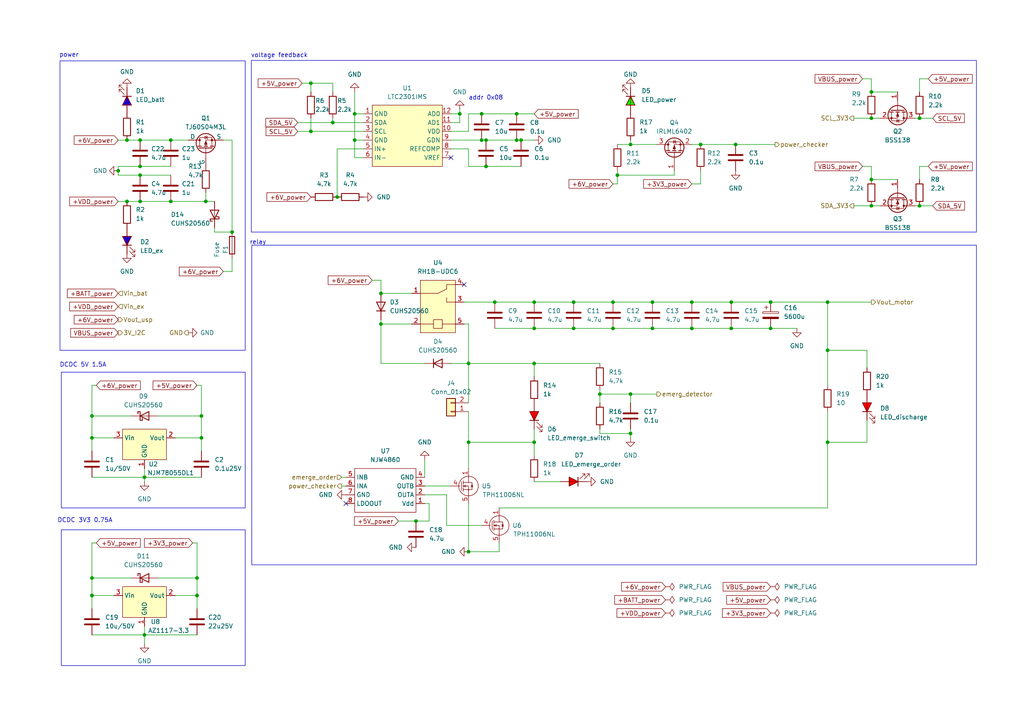
<source format=kicad_sch>
(kicad_sch (version 20230121) (generator eeschema)
  (paper "A4")
  (lib_symbols
    (symbol "Connector_Generic:Conn_01x02" (pin_names (offset 1.016) hide)
      (property "Reference" "J" (at 0 2.54 0))
      (property "Value" "Conn_01x02" (at 0 -5.08 0))
      (symbol "Conn_01x02_1_1"
        (pin passive line (at -5.08 0 0) (length 3.81) (name "Pin_1") (number "1"))
        (pin passive line (at -5.08 -2.54 0) (length 3.81) (name "Pin_2") (number "2"))
      )
    )
    (symbol "Device:C" (pin_numbers hide) (pin_names (offset 0.254))
      (property "Reference" "C" (at 0.635 2.54 0))
      (property "Value" "C" (at 0.635 -2.54 0))
      (symbol "C_1_1"
        (pin passive line (at 0 3.81 270) (length 2.794) (name "~") (number "1"))
        (pin passive line (at 0 -3.81 90) (length 2.794) (name "~") (number "2"))
      )
    )
    (symbol "Device:C_Polarized" (pin_numbers hide) (pin_names (offset 0.254))
      (property "Reference" "C" (at 0.635 2.54 0))
      (property "Value" "C_Polarized" (at 0.635 -2.54 0))
      (symbol "C_Polarized_1_1"
        (pin passive line (at 0 3.81 270) (length 2.794) (name "~") (number "1"))
        (pin passive line (at 0 -3.81 90) (length 2.794) (name "~") (number "2"))
      )
    )
    (symbol "Device:D" (pin_numbers hide) (pin_names (offset 1.016) hide)
      (property "Reference" "D" (at 0 2.54 0))
      (property "Value" "D" (at 0 -2.54 0))
      (symbol "D_1_1"
        (pin passive line (at -3.81 0 0) (length 2.54) (name "K") (number "1"))
        (pin passive line (at 3.81 0 180) (length 2.54) (name "A") (number "2"))
      )
    )
    (symbol "Device:D_Schottky" (pin_numbers hide) (pin_names (offset 1.016) hide)
      (property "Reference" "D" (at 0 2.54 0))
      (property "Value" "D_Schottky" (at 0 -2.54 0))
      (symbol "D_Schottky_1_1"
        (pin passive line (at -3.81 0 0) (length 2.54) (name "K") (number "1"))
        (pin passive line (at 3.81 0 180) (length 2.54) (name "A") (number "2"))
      )
    )
    (symbol "Device:Fuse" (pin_numbers hide) (pin_names (offset 0))
      (property "Reference" "F" (at 2.032 0 90))
      (property "Value" "Fuse" (at -1.905 0 90))
      (symbol "Fuse_1_1"
        (pin passive line (at 0 3.81 270) (length 1.27) (name "~") (number "1"))
        (pin passive line (at 0 -3.81 90) (length 1.27) (name "~") (number "2"))
      )
    )
    (symbol "Device:R" (pin_numbers hide) (pin_names (offset 0))
      (property "Reference" "R" (at 2.032 0 90))
      (property "Value" "R" (at 0 0 90))
      (symbol "R_1_1"
        (pin passive line (at 0 3.81 270) (length 1.27) (name "~") (number "1"))
        (pin passive line (at 0 -3.81 90) (length 1.27) (name "~") (number "2"))
      )
    )
    (symbol "LED_Filled_1" (pin_numbers hide) (pin_names (offset 1.016) hide)
      (property "Reference" "D5" (at -2.8575 2.54 90))
      (property "Value" "LED_Blue" (at -0.3175 2.54 90))
      (symbol "LED_Filled_1_1_1"
        (pin passive line (at -3.81 0 0) (length 2.54) (name "K") (number "1"))
        (pin passive line (at 3.81 0 180) (length 2.54) (name "A") (number "2"))
      )
    )
    (symbol "LED_Filled_2" (pin_numbers hide) (pin_names (offset 1.016) hide)
      (property "Reference" "D1" (at -2.8575 2.54 90))
      (property "Value" "LED_Green" (at -0.3175 2.54 90))
      (symbol "LED_Filled_2_1_1"
        (pin passive line (at -3.81 0 0) (length 2.54) (name "K") (number "1"))
        (pin passive line (at 3.81 0 180) (length 2.54) (name "A") (number "2"))
      )
    )
    (symbol "LED_Filled_3" (pin_numbers hide) (pin_names (offset 1.016) hide)
      (property "Reference" "D6" (at -0.3175 -3.81 90))
      (property "Value" "LED_Red" (at -2.8575 -3.81 90))
      (symbol "LED_Filled_3_1_1"
        (pin passive line (at -3.81 0 0) (length 2.54) (name "K") (number "1"))
        (pin passive line (at 3.81 0 180) (length 2.54) (name "A") (number "2"))
      )
    )
    (symbol "Simulation_SPICE:PMOS" (pin_numbers hide) (pin_names (offset 0))
      (property "Reference" "Q" (at 5.08 1.27 0))
      (property "Value" "PMOS" (at 5.08 -1.27 0))
      (symbol "PMOS_1_1"
        (pin passive line (at 2.54 5.08 270) (length 2.54) (name "D") (number "1"))
        (pin input line (at -5.08 0 0) (length 2.54) (name "G") (number "2"))
        (pin passive line (at 2.54 -5.08 90) (length 2.54) (name "S") (number "3"))
      )
    )
    (symbol "Transistor_FET:BSS138" (pin_names hide)
      (property "Reference" "Q" (at 5.08 1.905 0))
      (property "Value" "BSS138" (at 5.08 0 0))
      (symbol "BSS138_1_1"
        (pin input line (at -5.08 0 0) (length 2.54) (name "G") (number "1"))
        (pin passive line (at 2.54 -5.08 90) (length 2.54) (name "S") (number "2"))
        (pin passive line (at 2.54 5.08 270) (length 2.54) (name "D") (number "3"))
      )
    )
    (symbol "Transistor_FET:IRLML6402" (pin_names hide)
      (property "Reference" "Q" (at 5.08 1.905 0))
      (property "Value" "IRLML6402" (at 5.08 0 0))
      (symbol "IRLML6402_1_1"
        (pin input line (at -5.08 0 0) (length 2.54) (name "G") (number "1"))
        (pin passive line (at 2.54 -5.08 90) (length 2.54) (name "S") (number "2"))
        (pin passive line (at 2.54 5.08 270) (length 2.54) (name "D") (number "3"))
      )
    )
    (symbol "mylib:AZ1117-3.3V"
      (property "Reference" "U" (at 0 6.35 0))
      (symbol "AZ1117-3.3V_1_1"
        (pin passive line (at 0 -8.89 90) (length 2.54) (name "GND") (number "1"))
        (pin passive line (at 8.89 0 180) (length 2.54) (name "Vout") (number "2"))
        (pin passive line (at -8.89 0 0) (length 2.54) (name "Vin") (number "3"))
      )
    )
    (symbol "mylib:G5LE149DC"
      (property "Reference" "U" (at 0 12.7 0))
      (symbol "G5LE149DC_1_1"
        (pin passive line (at -7.62 5.08 0) (length 2.54) (name "") (number "1"))
        (pin passive line (at -7.62 -3.81 0) (length 2.54) (name "") (number "2"))
        (pin passive line (at 7.62 2.54 180) (length 2.54) (name "") (number "3"))
        (pin passive line (at 7.62 7.62 180) (length 2.54) (name "") (number "4"))
        (pin passive line (at 7.62 -3.81 180) (length 2.54) (name "") (number "5"))
      )
    )
    (symbol "mylib:LTC2301IMS"
      (property "Reference" "U" (at 0 15.24 0))
      (symbol "LTC2301IMS_1_1"
        (pin passive line (at -12.7 6.35 0) (length 2.54) (name "GND") (number "1"))
        (pin passive line (at 12.7 1.27 180) (length 2.54) (name "VDD") (number "10"))
        (pin passive line (at 12.7 3.81 180) (length 2.54) (name "AD1") (number "11"))
        (pin passive line (at 12.7 6.35 180) (length 2.54) (name "AD0") (number "12"))
        (pin passive line (at -12.7 3.81 0) (length 2.54) (name "SDA") (number "2"))
        (pin passive line (at -12.7 1.27 0) (length 2.54) (name "SCL") (number "3"))
        (pin passive line (at -12.7 -1.27 0) (length 2.54) (name "GND") (number "4"))
        (pin passive line (at -12.7 -3.81 0) (length 2.54) (name "IN+") (number "5"))
        (pin passive line (at -12.7 -6.35 0) (length 2.54) (name "IN-") (number "6"))
        (pin passive line (at 12.7 -6.35 180) (length 2.54) (name "VREF") (number "7"))
        (pin passive line (at 12.7 -3.81 180) (length 2.54) (name "REFCOMP") (number "8"))
        (pin passive line (at 12.7 -1.27 180) (length 2.54) (name "GDN") (number "9"))
      )
    )
    (symbol "mylib:NJM7805SDL1"
      (property "Reference" "U" (at 0 6.35 0))
      (symbol "NJM7805SDL1_1_1"
        (pin passive line (at 0 -8.89 90) (length 2.54) (name "GND") (number "1"))
        (pin passive line (at 8.89 0 180) (length 2.54) (name "Vout") (number "2"))
        (pin passive line (at -8.89 0 0) (length 2.54) (name "Vin") (number "3"))
      )
    )
    (symbol "mylib:NJW4860"
      (property "Reference" "U" (at 0 8.89 0))
      (symbol "NJW4860_1_1"
        (pin passive line (at -11.43 3.81 0) (length 2.54) (name "Vdd") (number "1"))
        (pin passive line (at -11.43 1.27 0) (length 2.54) (name "OUTA") (number "2"))
        (pin passive line (at -11.43 -1.27 0) (length 2.54) (name "OUTB") (number "3"))
        (pin passive line (at -11.43 -3.81 0) (length 2.54) (name "GND") (number "4"))
        (pin passive line (at 11.43 -3.81 180) (length 2.54) (name "INB") (number "5"))
        (pin passive line (at 11.43 -1.27 180) (length 2.54) (name "INA") (number "6"))
        (pin passive line (at 11.43 1.27 180) (length 2.54) (name "GND") (number "7"))
        (pin passive line (at 11.43 3.81 180) (length 2.54) (name "LDOOUT") (number "8"))
      )
    )
    (symbol "mylib:S17938DP"
      (property "Reference" "U" (at 0 -4.572 0))
      (symbol "S17938DP_1_1"
        (pin passive line (at 5.08 0 180) (length 2.54) (name "") (number "1"))
        (pin passive line (at 5.08 0 180) (length 2.54) hide (name "") (number "2"))
        (pin passive line (at 5.08 0 180) (length 2.54) hide (name "") (number "3"))
        (pin passive line (at 0 5.08 270) (length 2.54) (name "") (number "4"))
        (pin passive line (at -5.08 0 0) (length 2.54) (name "") (number "5"))
        (pin passive line (at -5.08 0 0) (length 2.54) hide (name "") (number "6"))
        (pin passive line (at -5.08 0 0) (length 2.54) hide (name "") (number "7"))
        (pin passive line (at -5.08 0 0) (length 2.54) hide (name "") (number "8"))
      )
    )
    (symbol "power:GND" (power) (pin_names (offset 0))
      (property "Value" "GND" (at 0 -3.81 0))
      (symbol "GND_1_1"
        (pin power_in line (at 0 0 270) (length 0) hide (name "GND") (number "1"))
      )
    )
    (symbol "power:PWR_FLAG" (power) (pin_numbers hide) (pin_names (offset 0) hide)
      (property "Value" "PWR_FLAG" (at 0 3.81 0))
      (symbol "PWR_FLAG_0_0"
        (pin power_out line (at 0 0 90) (length 0) (name "pwr") (number "1"))
      )
    )
  )
  (junction (at 139.7 33.02))
  (junction (at 133.35 33.02))
  (junction (at 151.13 40.64))
  (junction (at 223.52 95.25))
  (junction (at 26.67 167.64))
  (junction (at 240.03 128.27))
  (junction (at 182.88 41.91))
  (junction (at 140.97 48.26))
  (junction (at 143.51 87.63))
  (junction (at 135.89 128.27))
  (junction (at 179.07 50.8))
  (junction (at 41.91 184.15))
  (junction (at 59.69 58.42))
  (junction (at 223.52 87.63))
  (junction (at 57.15 167.64))
  (junction (at 49.53 40.64))
  (junction (at 252.73 34.29))
  (junction (at 154.94 87.63))
  (junction (at 26.67 172.72))
  (junction (at 58.42 127))
  (junction (at 252.73 52.07))
  (junction (at 154.94 105.41))
  (junction (at 173.99 114.3))
  (junction (at 240.03 87.63))
  (junction (at 40.64 48.26))
  (junction (at 49.53 58.42))
  (junction (at 102.87 40.64))
  (junction (at 166.37 95.25))
  (junction (at 189.23 95.25))
  (junction (at 213.36 41.91))
  (junction (at 266.7 34.29))
  (junction (at 26.67 127))
  (junction (at 110.49 93.98))
  (junction (at 40.64 58.42))
  (junction (at 36.83 40.64))
  (junction (at 58.42 120.65))
  (junction (at 96.52 35.56))
  (junction (at 266.7 59.69))
  (junction (at 67.31 67.31))
  (junction (at 154.94 95.25))
  (junction (at 120.65 151.13))
  (junction (at 135.89 105.41))
  (junction (at 90.17 38.1))
  (junction (at 57.15 172.72))
  (junction (at 240.03 101.6))
  (junction (at 212.09 95.25))
  (junction (at 166.37 87.63))
  (junction (at 203.2 41.91))
  (junction (at 154.94 128.27))
  (junction (at 177.8 95.25))
  (junction (at 182.88 114.3))
  (junction (at 110.49 85.09))
  (junction (at 102.87 33.02))
  (junction (at 26.67 120.65))
  (junction (at 140.97 40.64))
  (junction (at 40.64 40.64))
  (junction (at 36.83 58.42))
  (junction (at 135.89 160.02))
  (junction (at 252.73 26.67))
  (junction (at 200.66 95.25))
  (junction (at 252.73 59.69))
  (junction (at 182.88 125.73))
  (junction (at 41.91 138.43))
  (junction (at 149.86 33.02))
  (junction (at 177.8 87.63))
  (junction (at 34.29 49.53))
  (junction (at 90.17 24.13))
  (junction (at 149.86 40.64))
  (junction (at 139.7 40.64))
  (junction (at 200.66 87.63))
  (junction (at 40.64 50.8))
  (junction (at 189.23 87.63))
  (junction (at 212.09 87.63))
  (junction (at 97.79 57.15))
  (no_connect (at 100.33 146.05))
  (no_connect (at 134.62 82.55))
  (no_connect (at 130.81 45.72))
  (wire (pts (xy 143.51 87.63) (xy 154.94 87.63)))
  (wire (pts (xy 251.46 128.27) (xy 251.46 121.92)))
  (wire (pts (xy 247.65 59.69) (xy 252.73 59.69)))
  (wire (pts (xy 143.51 95.25) (xy 154.94 95.25)))
  (wire (pts (xy 179.07 49.53) (xy 179.07 50.8)))
  (wire (pts (xy 179.07 50.8) (xy 195.58 50.8)))
  (wire (pts (xy 135.89 93.98) (xy 135.89 105.41)))
  (wire (pts (xy 26.67 167.64) (xy 26.67 172.72)))
  (wire (pts (xy 124.46 151.13) (xy 124.46 146.05)))
  (wire (pts (xy 55.88 157.48) (xy 57.15 157.48)))
  (wire (pts (xy 49.53 58.42) (xy 59.69 58.42)))
  (wire (pts (xy 64.77 78.74) (xy 67.31 78.74)))
  (wire (pts (xy 173.99 113.03) (xy 173.99 114.3)))
  (wire (pts (xy 252.73 34.29) (xy 255.27 34.29)))
  (wire (pts (xy 102.87 45.72) (xy 102.87 40.64)))
  (wire (pts (xy 58.42 111.76) (xy 58.42 120.65)))
  (wire (pts (xy 265.43 34.29) (xy 266.7 34.29)))
  (wire (pts (xy 182.88 41.91) (xy 190.5 41.91)))
  (wire (pts (xy 135.89 48.26) (xy 140.97 48.26)))
  (wire (pts (xy 252.73 59.69) (xy 255.27 59.69)))
  (wire (pts (xy 203.2 53.34) (xy 200.66 53.34)))
  (wire (pts (xy 173.99 114.3) (xy 173.99 116.84)))
  (wire (pts (xy 59.69 58.42) (xy 62.23 58.42)))
  (wire (pts (xy 252.73 22.86) (xy 252.73 26.67)))
  (wire (pts (xy 96.52 34.29) (xy 96.52 35.56)))
  (wire (pts (xy 110.49 81.28) (xy 110.49 85.09)))
  (wire (pts (xy 135.89 146.05) (xy 135.89 160.02)))
  (wire (pts (xy 240.03 87.63) (xy 240.03 101.6)))
  (wire (pts (xy 266.7 48.26) (xy 269.24 48.26)))
  (wire (pts (xy 59.69 58.42) (xy 59.69 55.88)))
  (wire (pts (xy 97.79 43.18) (xy 105.41 43.18)))
  (wire (pts (xy 166.37 95.25) (xy 177.8 95.25)))
  (wire (pts (xy 40.64 40.64) (xy 49.53 40.64)))
  (wire (pts (xy 154.94 124.46) (xy 154.94 128.27)))
  (wire (pts (xy 240.03 101.6) (xy 251.46 101.6)))
  (wire (pts (xy 86.36 38.1) (xy 90.17 38.1)))
  (wire (pts (xy 45.72 120.65) (xy 58.42 120.65)))
  (wire (pts (xy 212.09 95.25) (xy 223.52 95.25)))
  (wire (pts (xy 41.91 138.43) (xy 58.42 138.43)))
  (wire (pts (xy 115.57 151.13) (xy 120.65 151.13)))
  (wire (pts (xy 34.29 49.53) (xy 34.29 48.26)))
  (wire (pts (xy 102.87 33.02) (xy 105.41 33.02)))
  (wire (pts (xy 173.99 125.73) (xy 182.88 125.73)))
  (wire (pts (xy 110.49 92.71) (xy 110.49 93.98)))
  (wire (pts (xy 102.87 40.64) (xy 102.87 33.02)))
  (wire (pts (xy 240.03 128.27) (xy 240.03 147.32)))
  (wire (pts (xy 189.23 95.25) (xy 200.66 95.25)))
  (wire (pts (xy 50.8 172.72) (xy 57.15 172.72)))
  (wire (pts (xy 154.94 95.25) (xy 166.37 95.25)))
  (wire (pts (xy 134.62 93.98) (xy 135.89 93.98)))
  (wire (pts (xy 247.65 34.29) (xy 252.73 34.29)))
  (wire (pts (xy 102.87 33.02) (xy 102.87 26.67)))
  (wire (pts (xy 26.67 184.15) (xy 41.91 184.15)))
  (wire (pts (xy 34.29 58.42) (xy 36.83 58.42)))
  (wire (pts (xy 266.7 22.86) (xy 266.7 26.67)))
  (wire (pts (xy 154.94 105.41) (xy 173.99 105.41)))
  (wire (pts (xy 135.89 33.02) (xy 139.7 33.02)))
  (wire (pts (xy 90.17 24.13) (xy 90.17 26.67)))
  (wire (pts (xy 130.81 43.18) (xy 135.89 43.18)))
  (wire (pts (xy 36.83 40.64) (xy 40.64 40.64)))
  (wire (pts (xy 26.67 120.65) (xy 38.1 120.65)))
  (wire (pts (xy 26.67 127) (xy 33.02 127)))
  (wire (pts (xy 135.89 128.27) (xy 135.89 135.89)))
  (wire (pts (xy 86.36 35.56) (xy 96.52 35.56)))
  (wire (pts (xy 130.81 35.56) (xy 133.35 35.56)))
  (wire (pts (xy 173.99 114.3) (xy 182.88 114.3)))
  (wire (pts (xy 107.95 81.28) (xy 110.49 81.28)))
  (wire (pts (xy 149.86 40.64) (xy 151.13 40.64)))
  (wire (pts (xy 67.31 78.74) (xy 67.31 74.93)))
  (wire (pts (xy 26.67 172.72) (xy 33.02 172.72)))
  (wire (pts (xy 189.23 87.63) (xy 200.66 87.63)))
  (wire (pts (xy 154.94 139.7) (xy 162.56 139.7)))
  (wire (pts (xy 140.97 40.64) (xy 149.86 40.64)))
  (wire (pts (xy 135.89 105.41) (xy 135.89 116.84)))
  (wire (pts (xy 266.7 22.86) (xy 269.24 22.86)))
  (wire (pts (xy 200.66 87.63) (xy 212.09 87.63)))
  (wire (pts (xy 135.89 43.18) (xy 135.89 48.26)))
  (wire (pts (xy 105.41 45.72) (xy 102.87 45.72)))
  (wire (pts (xy 62.23 67.31) (xy 67.31 67.31)))
  (wire (pts (xy 154.94 128.27) (xy 154.94 132.08)))
  (wire (pts (xy 182.88 114.3) (xy 190.5 114.3)))
  (wire (pts (xy 45.72 167.64) (xy 57.15 167.64)))
  (wire (pts (xy 57.15 111.76) (xy 58.42 111.76)))
  (wire (pts (xy 40.64 58.42) (xy 49.53 58.42)))
  (wire (pts (xy 250.19 22.86) (xy 252.73 22.86)))
  (wire (pts (xy 41.91 138.43) (xy 41.91 139.7)))
  (wire (pts (xy 40.64 48.26) (xy 49.53 48.26)))
  (wire (pts (xy 134.62 87.63) (xy 143.51 87.63)))
  (wire (pts (xy 27.94 111.76) (xy 26.67 111.76)))
  (wire (pts (xy 34.29 48.26) (xy 40.64 48.26)))
  (wire (pts (xy 41.91 184.15) (xy 57.15 184.15)))
  (wire (pts (xy 200.66 95.25) (xy 212.09 95.25)))
  (wire (pts (xy 87.63 24.13) (xy 90.17 24.13)))
  (wire (pts (xy 133.35 35.56) (xy 133.35 33.02)))
  (wire (pts (xy 133.35 33.02) (xy 133.35 31.75)))
  (wire (pts (xy 151.13 40.64) (xy 154.94 40.64)))
  (wire (pts (xy 182.88 125.73) (xy 182.88 127)))
  (wire (pts (xy 41.91 181.61) (xy 41.91 184.15)))
  (wire (pts (xy 154.94 87.63) (xy 166.37 87.63)))
  (wire (pts (xy 123.19 105.41) (xy 110.49 105.41)))
  (wire (pts (xy 212.09 87.63) (xy 223.52 87.63)))
  (wire (pts (xy 26.67 120.65) (xy 26.67 127)))
  (wire (pts (xy 195.58 50.8) (xy 195.58 49.53)))
  (wire (pts (xy 67.31 40.64) (xy 67.31 67.31)))
  (wire (pts (xy 50.8 127) (xy 58.42 127)))
  (wire (pts (xy 252.73 26.67) (xy 260.35 26.67)))
  (wire (pts (xy 265.43 59.69) (xy 266.7 59.69)))
  (wire (pts (xy 240.03 101.6) (xy 240.03 111.76)))
  (wire (pts (xy 26.67 138.43) (xy 41.91 138.43)))
  (wire (pts (xy 41.91 135.89) (xy 41.91 138.43)))
  (wire (pts (xy 130.81 40.64) (xy 139.7 40.64)))
  (wire (pts (xy 99.06 138.43) (xy 100.33 138.43)))
  (wire (pts (xy 149.86 33.02) (xy 154.94 33.02)))
  (wire (pts (xy 40.64 50.8) (xy 34.29 50.8)))
  (wire (pts (xy 139.7 33.02) (xy 149.86 33.02)))
  (wire (pts (xy 124.46 146.05) (xy 123.19 146.05)))
  (wire (pts (xy 64.77 40.64) (xy 67.31 40.64)))
  (wire (pts (xy 203.2 41.91) (xy 213.36 41.91)))
  (wire (pts (xy 49.53 40.64) (xy 54.61 40.64)))
  (wire (pts (xy 173.99 124.46) (xy 173.99 125.73)))
  (wire (pts (xy 26.67 127) (xy 26.67 130.81)))
  (wire (pts (xy 144.78 160.02) (xy 135.89 160.02)))
  (wire (pts (xy 27.94 157.48) (xy 26.67 157.48)))
  (wire (pts (xy 57.15 157.48) (xy 57.15 167.64)))
  (wire (pts (xy 240.03 119.38) (xy 240.03 128.27)))
  (wire (pts (xy 177.8 87.63) (xy 189.23 87.63)))
  (wire (pts (xy 102.87 40.64) (xy 105.41 40.64)))
  (wire (pts (xy 110.49 93.98) (xy 119.38 93.98)))
  (wire (pts (xy 26.67 157.48) (xy 26.67 167.64)))
  (wire (pts (xy 266.7 48.26) (xy 266.7 52.07)))
  (wire (pts (xy 99.06 140.97) (xy 100.33 140.97)))
  (wire (pts (xy 123.19 133.35) (xy 123.19 138.43)))
  (wire (pts (xy 166.37 87.63) (xy 177.8 87.63)))
  (wire (pts (xy 200.66 41.91) (xy 203.2 41.91)))
  (wire (pts (xy 252.73 48.26) (xy 252.73 52.07)))
  (wire (pts (xy 240.03 87.63) (xy 252.73 87.63)))
  (wire (pts (xy 58.42 127) (xy 58.42 130.81)))
  (wire (pts (xy 140.97 48.26) (xy 151.13 48.26)))
  (wire (pts (xy 96.52 24.13) (xy 96.52 26.67)))
  (wire (pts (xy 135.89 105.41) (xy 130.81 105.41)))
  (wire (pts (xy 34.29 40.64) (xy 36.83 40.64)))
  (wire (pts (xy 62.23 66.04) (xy 62.23 67.31)))
  (wire (pts (xy 182.88 124.46) (xy 182.88 125.73)))
  (wire (pts (xy 130.81 33.02) (xy 133.35 33.02)))
  (wire (pts (xy 144.78 157.48) (xy 144.78 160.02)))
  (wire (pts (xy 97.79 43.18) (xy 97.79 57.15)))
  (wire (pts (xy 203.2 49.53) (xy 203.2 53.34)))
  (wire (pts (xy 90.17 34.29) (xy 90.17 38.1)))
  (wire (pts (xy 57.15 167.64) (xy 57.15 172.72)))
  (wire (pts (xy 177.8 95.25) (xy 189.23 95.25)))
  (wire (pts (xy 58.42 120.65) (xy 58.42 127)))
  (wire (pts (xy 223.52 95.25) (xy 231.14 95.25)))
  (wire (pts (xy 120.65 151.13) (xy 124.46 151.13)))
  (wire (pts (xy 90.17 24.13) (xy 96.52 24.13)))
  (wire (pts (xy 182.88 40.64) (xy 182.88 41.91)))
  (wire (pts (xy 135.89 128.27) (xy 154.94 128.27)))
  (wire (pts (xy 96.52 35.56) (xy 105.41 35.56)))
  (wire (pts (xy 250.19 48.26) (xy 252.73 48.26)))
  (wire (pts (xy 49.53 50.8) (xy 40.64 50.8)))
  (wire (pts (xy 144.78 147.32) (xy 240.03 147.32)))
  (wire (pts (xy 251.46 101.6) (xy 251.46 106.68)))
  (wire (pts (xy 135.89 105.41) (xy 154.94 105.41)))
  (wire (pts (xy 179.07 53.34) (xy 179.07 50.8)))
  (wire (pts (xy 41.91 184.15) (xy 41.91 186.69)))
  (wire (pts (xy 129.54 143.51) (xy 129.54 152.4)))
  (wire (pts (xy 154.94 105.41) (xy 154.94 109.22)))
  (wire (pts (xy 34.29 50.8) (xy 34.29 49.53)))
  (wire (pts (xy 223.52 87.63) (xy 240.03 87.63)))
  (wire (pts (xy 177.8 53.34) (xy 179.07 53.34)))
  (wire (pts (xy 266.7 34.29) (xy 270.51 34.29)))
  (wire (pts (xy 123.19 143.51) (xy 129.54 143.51)))
  (wire (pts (xy 90.17 38.1) (xy 105.41 38.1)))
  (wire (pts (xy 26.67 111.76) (xy 26.67 120.65)))
  (wire (pts (xy 139.7 40.64) (xy 140.97 40.64)))
  (wire (pts (xy 135.89 38.1) (xy 135.89 33.02)))
  (wire (pts (xy 57.15 172.72) (xy 57.15 176.53)))
  (wire (pts (xy 129.54 152.4) (xy 139.7 152.4)))
  (wire (pts (xy 240.03 128.27) (xy 251.46 128.27)))
  (wire (pts (xy 110.49 105.41) (xy 110.49 93.98)))
  (wire (pts (xy 213.36 41.91) (xy 224.79 41.91)))
  (wire (pts (xy 252.73 52.07) (xy 260.35 52.07)))
  (wire (pts (xy 123.19 140.97) (xy 130.81 140.97)))
  (wire (pts (xy 182.88 114.3) (xy 182.88 116.84)))
  (wire (pts (xy 135.89 119.38) (xy 135.89 128.27)))
  (wire (pts (xy 110.49 85.09) (xy 119.38 85.09)))
  (wire (pts (xy 36.83 58.42) (xy 40.64 58.42)))
  (wire (pts (xy 26.67 172.72) (xy 26.67 176.53)))
  (wire (pts (xy 130.81 38.1) (xy 135.89 38.1)))
  (wire (pts (xy 26.67 167.64) (xy 38.1 167.64)))
  (wire (pts (xy 179.07 41.91) (xy 182.88 41.91)))
  (wire (pts (xy 266.7 59.69) (xy 270.51 59.69)))
  (rectangle (start 17.399 17.653) (end 71.12 101.6))
  (rectangle (start 72.898 17.526) (end 283.21 67.31))
  (rectangle (start 17.78 153.67) (end 71.12 193.04))
  (rectangle (start 73.025 71.12) (end 283.21 163.83))
  (rectangle (start 17.78 107.95) (end 71.12 147.32))
  (text "relay" (at 72.39 71.12 0) (effects (font (size 1.27 1.27)) (justify left bottom)))
  (text "addr 0x08" (at 135.89 29.21 0) (effects (font (size 1.27 1.27)) (justify left bottom)))
  (text "voltage feedback\n" (at 72.771 16.891 0) (effects (font (size 1.27 1.27)) (justify left bottom)))
  (text "DCDC 3V3 0.75A" (at 16.637 151.765 0) (effects (font (size 1.27 1.27)) (justify left bottom)))
  (text "DCDC 5V 1.5A" (at 17.272 106.68 0) (effects (font (size 1.27 1.27)) (justify left bottom)))
  (text "power\n" (at 17.145 16.764 0) (effects (font (size 1.27 1.27)) (justify left bottom)))
  (global_label "VBUS_power" (shape input) (at 250.19 22.86 180) (property "Intersheetrefs" "${INTERSHEET_REFS}" (effects hide)))
  (global_label "+3V3_power" (shape input) (at 223.52 177.8 180) (property "Intersheetrefs" "${INTERSHEET_REFS}" (effects hide)))
  (global_label "+6V_power" (shape input) (at 34.29 92.71 180) (property "Intersheetrefs" "${INTERSHEET_REFS}" (effects hide)))
  (global_label "VBUS_power" (shape input) (at 34.29 96.52 180) (property "Intersheetrefs" "${INTERSHEET_REFS}" (effects hide)))
  (global_label "+VDD_power" (shape input) (at 193.04 177.8 180) (property "Intersheetrefs" "${INTERSHEET_REFS}" (effects hide)))
  (global_label "+3V3_power" (shape input) (at 55.88 157.48 180) (property "Intersheetrefs" "${INTERSHEET_REFS}" (effects hide)))
  (global_label "SCL_5V" (shape input) (at 86.36 38.1 180) (property "Intersheetrefs" "${INTERSHEET_REFS}" (effects hide)))
  (global_label "+VDD_power" (shape input) (at 34.29 58.42 180) (property "Intersheetrefs" "${INTERSHEET_REFS}" (effects hide)))
  (global_label "+5V_power" (shape input) (at 154.94 33.02 0) (property "Intersheetrefs" "${INTERSHEET_REFS}" (effects hide)))
  (global_label "SDA_5V" (shape input) (at 86.36 35.56 180) (property "Intersheetrefs" "${INTERSHEET_REFS}" (effects hide)))
  (global_label "+6V_power" (shape input) (at 34.29 40.64 180) (property "Intersheetrefs" "${INTERSHEET_REFS}" (effects hide)))
  (global_label "SCL_5V" (shape input) (at 270.51 34.29 0) (property "Intersheetrefs" "${INTERSHEET_REFS}" (effects hide)))
  (global_label "+VDD_power" (shape input) (at 34.29 88.9 180) (property "Intersheetrefs" "${INTERSHEET_REFS}" (effects hide)))
  (global_label "+BATT_power" (shape input) (at 193.04 173.99 180) (property "Intersheetrefs" "${INTERSHEET_REFS}" (effects hide)))
  (global_label "+6V_power" (shape input) (at 107.95 81.28 180) (property "Intersheetrefs" "${INTERSHEET_REFS}" (effects hide)))
  (global_label "VBUS_power" (shape input) (at 223.52 170.18 180) (property "Intersheetrefs" "${INTERSHEET_REFS}" (effects hide)))
  (global_label "+5V_power" (shape input) (at 223.52 173.99 180) (property "Intersheetrefs" "${INTERSHEET_REFS}" (effects hide)))
  (global_label "+5V_power" (shape input) (at 57.15 111.76 180) (property "Intersheetrefs" "${INTERSHEET_REFS}" (effects hide)))
  (global_label "+5V_power" (shape input) (at 87.63 24.13 180) (property "Intersheetrefs" "${INTERSHEET_REFS}" (effects hide)))
  (global_label "+5V_power" (shape input) (at 115.57 151.13 180) (property "Intersheetrefs" "${INTERSHEET_REFS}" (effects hide)))
  (global_label "+5V_power" (shape input) (at 269.24 48.26 0) (property "Intersheetrefs" "${INTERSHEET_REFS}" (effects hide)))
  (global_label "VBUS_power" (shape input) (at 250.19 48.26 180) (property "Intersheetrefs" "${INTERSHEET_REFS}" (effects hide)))
  (global_label "+6V_power" (shape input) (at 90.17 57.15 180) (property "Intersheetrefs" "${INTERSHEET_REFS}" (effects hide)))
  (global_label "+6V_power" (shape input) (at 177.8 53.34 180) (property "Intersheetrefs" "${INTERSHEET_REFS}" (effects hide)))
  (global_label "+5V_power" (shape input) (at 269.24 22.86 0) (property "Intersheetrefs" "${INTERSHEET_REFS}" (effects hide)))
  (global_label "+6V_power" (shape input) (at 27.94 111.76 0) (property "Intersheetrefs" "${INTERSHEET_REFS}" (effects hide)))
  (global_label "+3V3_power" (shape input) (at 200.66 53.34 180) (property "Intersheetrefs" "${INTERSHEET_REFS}" (effects hide)))
  (global_label "+6V_power" (shape input) (at 64.77 78.74 180) (property "Intersheetrefs" "${INTERSHEET_REFS}" (effects hide)))
  (global_label "+BATT_power" (shape input) (at 34.29 85.09 180) (property "Intersheetrefs" "${INTERSHEET_REFS}" (effects hide)))
  (global_label "SDA_5V" (shape input) (at 270.51 59.69 0) (property "Intersheetrefs" "${INTERSHEET_REFS}" (effects hide)))
  (global_label "+6V_power" (shape input) (at 193.04 170.18 180) (property "Intersheetrefs" "${INTERSHEET_REFS}" (effects hide)))
  (global_label "+5V_power" (shape input) (at 27.94 157.48 0) (property "Intersheetrefs" "${INTERSHEET_REFS}" (effects hide)))
  (hierarchical_label "Vin_bat" (shape input) (at 34.29 85.09 0))
  (hierarchical_label "power_checker" (shape output) (at 224.79 41.91 0))
  (hierarchical_label "emerge_order" (shape input) (at 99.06 138.43 180))
  (hierarchical_label "power_checker" (shape output) (at 99.06 140.97 180))
  (hierarchical_label "Vin_ex" (shape input) (at 34.29 88.9 0))
  (hierarchical_label "GND" (shape output) (at 54.61 96.52 180))
  (hierarchical_label "SDA_3V3" (shape output) (at 247.65 59.69 180))
  (hierarchical_label "Vout_motor" (shape output) (at 252.73 87.63 0))
  (hierarchical_label "3V_I2C" (shape output) (at 34.29 96.52 0))
  (hierarchical_label "Vout_usp" (shape output) (at 34.29 92.71 0))
  (hierarchical_label "emerg_detector" (shape output) (at 190.5 114.3 0))
  (hierarchical_label "SCL_3V3" (shape output) (at 247.65 34.29 180))
  (symbol (lib_id "Device:C") (at 177.8 91.44 0) (unit 1)
    (property "Reference" "C12" (at 181.61 90.17 0) (effects (justify left)))
    (property "Value" "4.7u" (at 181.61 92.71 0) (effects (justify left)))
  )
  (symbol (lib_id "Device:R") (at 59.69 52.07 0) (unit 1)
    (property "Reference" "R13" (at 54.61 48.26 0) (effects (justify left)))
    (property "Value" "4.7k" (at 54.61 50.8 0) (effects (justify left)))
    (property "Footprint" "Resistor_SMD:R_0603_1608Metric_Pad0.98x0.95mm_HandSolder" (effects hide))
  )
  (symbol (lib_id "mylib:G5LE149DC") (at 127 90.17 0) (unit 1)
    (property "Reference" "U4" (at 127 76.2 0))
    (property "Value" "RH1B-UDC6" (at 127 78.74 0))
  )
  (symbol (lib_id "Device:C") (at 213.36 45.72 0) (unit 1)
    (property "Reference" "C3" (at 217.17 44.45 0) (effects (justify left)))
    (property "Value" "0.1u" (at 217.17 46.99 0) (effects (justify left)))
  )
  (symbol (lib_id "power:GND") (at 182.88 127 0) (unit 1)
    (property "Reference" "#PWR037" (effects hide))
    (property "Value" "GND" (at 182.88 132.08 0))
  )
  (symbol (lib_id "power:PWR_FLAG") (at 193.04 177.8 270) (unit 1)
    (property "Reference" "#FLG03" (effects hide))
    (property "Value" "PWR_FLAG" (at 196.85 177.8 90) (effects (justify left)))
  )
  (symbol (lib_id "mylib:AZ1117-3.3V") (at 41.91 172.72 0) (unit 1)
    (property "Reference" "U8" (at 45.085 180.34 0))
    (property "Value" "AZ1117-3.3" (at 48.895 182.88 0))
    (property "Footprint" "Package_TO_SOT_SMD:SOT-223-3_TabPin2" (effects hide))
  )
  (symbol (lib_id "Device:D") (at 110.49 88.9 90) (unit 1)
    (property "Reference" "D3" (at 113.03 87.63 90) (effects (justify right)))
    (property "Value" "CUHS20560" (at 113.03 90.17 90) (effects (justify right)))
    (property "Footprint" "Diode:Diode_US2H" (effects hide))
    (property "Sim.Device" "D" (effects hide))
    (property "Sim.Pins" "1=K 2=A" (effects hide))
  )
  (symbol (lib_id "power:GND") (at 213.36 49.53 0) (unit 1)
    (property "Reference" "#PWR048" (effects hide))
    (property "Value" "GND" (at 213.36 54.61 0))
  )
  (symbol (lib_id "power:PWR_FLAG") (at 223.52 170.18 270) (unit 1)
    (property "Reference" "#FLG07" (effects hide))
    (property "Value" "PWR_FLAG" (at 227.33 170.18 90) (effects (justify left)))
  )
  (symbol (lib_id "Device:C") (at 154.94 91.44 0) (unit 1)
    (property "Reference" "C10" (at 158.75 90.17 0) (effects (justify left)))
    (property "Value" "4.7u" (at 158.75 92.71 0) (effects (justify left)))
  )
  (symbol (lib_id "Device:C") (at 189.23 91.44 0) (unit 1)
    (property "Reference" "C13" (at 193.04 90.17 0) (effects (justify left)))
    (property "Value" "4.7u" (at 193.04 92.71 0) (effects (justify left)))
  )
  (symbol (lib_id "Device:C") (at 139.7 36.83 0) (unit 1)
    (property "Reference" "C7" (at 143.51 35.56 0) (effects (justify left)))
    (property "Value" "10u" (at 143.51 38.1 0) (effects (justify left)))
  )
  (symbol (lib_id "power:GND") (at 182.88 25.4 180) (unit 1)
    (property "Reference" "#PWR038" (effects hide))
    (property "Value" "GND" (at 182.88 21.59 0))
  )
  (symbol (lib_id "power:GND") (at 154.94 40.64 90) (unit 1)
    (property "Reference" "#PWR028" (effects hide))
    (property "Value" "GND" (at 158.75 40.64 90) (effects (justify right)))
  )
  (symbol (lib_id "power:GND") (at 170.18 139.7 90) (unit 1)
    (property "Reference" "#PWR039" (effects hide))
    (property "Value" "GND" (at 173.99 139.7 90) (effects (justify right)))
  )
  (symbol (lib_name "LED_Filled_3") (lib_id "Device:LED_Filled") (at 166.37 139.7 180) (unit 1)
    (property "Reference" "D7" (at 167.9575 132.08 0))
    (property "Value" "LED_emerge_order" (at 171.45 134.62 0))
    (property "Footprint" "LED_SMD:LED_0603_1608Metric_Pad1.05x0.95mm_HandSolder" (effects hide))
  )
  (symbol (lib_id "mylib:LTC2301IMS") (at 118.11 39.37 0) (unit 1)
    (property "Reference" "U1" (at 118.11 25.527 0))
    (property "Value" "LTC2301IMS" (at 118.11 28.067 0))
  )
  (symbol (lib_id "Device:R") (at 203.2 45.72 0) (unit 1)
    (property "Reference" "R12" (at 205.105 44.45 0) (effects (justify left)))
    (property "Value" "2.2k" (at 205.105 46.99 0) (effects (justify left)))
    (property "Footprint" "Resistor_SMD:R_0603_1608Metric_Pad0.98x0.95mm_HandSolder" (effects hide))
  )
  (symbol (lib_name "LED_Filled_2") (lib_id "Device:LED_Filled") (at 36.83 29.21 270) (unit 1)
    (property "Reference" "D1" (at 39.37 26.3525 90) (effects (justify left)))
    (property "Value" "LED_batt" (at 39.37 28.8925 90) (effects (justify left)))
    (property "Footprint" "LED_SMD:LED_0603_1608Metric_Pad1.05x0.95mm_HandSolder" (effects hide))
  )
  (symbol (lib_id "power:GND") (at 231.14 95.25 0) (unit 1)
    (property "Reference" "#PWR036" (effects hide))
    (property "Value" "GND" (at 231.14 100.33 0))
  )
  (symbol (lib_id "Device:C") (at 40.64 44.45 0) (unit 1)
    (property "Reference" "C22" (at 43.815 43.18 0) (effects (justify left)))
    (property "Value" "4.7u" (at 43.815 45.72 0) (effects (justify left)))
  )
  (symbol (lib_id "Device:Fuse") (at 67.31 71.12 0) (unit 1)
    (property "Reference" "F1" (at 65.405 72.39 90))
    (property "Value" "Fuse" (at 62.865 72.39 90))
  )
  (symbol (lib_id "power:PWR_FLAG") (at 193.04 170.18 270) (unit 1)
    (property "Reference" "#FLG04" (effects hide))
    (property "Value" "PWR_FLAG" (at 196.85 170.18 90) (effects (justify left)))
  )
  (symbol (lib_id "Device:R") (at 36.83 36.83 0) (unit 1)
    (property "Reference" "R1" (at 39.37 35.433 0) (effects (justify left)))
    (property "Value" "1k" (at 39.37 37.973 0) (effects (justify left)))
    (property "Footprint" "Resistor_SMD:R_0603_1608Metric_Pad0.98x0.95mm_HandSolder" (effects hide))
  )
  (symbol (lib_id "Device:R") (at 36.83 62.23 0) (unit 1)
    (property "Reference" "R2" (at 39.37 60.833 0) (effects (justify left)))
    (property "Value" "1k" (at 39.37 63.373 0) (effects (justify left)))
    (property "Footprint" "Resistor_SMD:R_0603_1608Metric_Pad0.98x0.95mm_HandSolder" (effects hide))
  )
  (symbol (lib_id "Device:C") (at 212.09 91.44 0) (unit 1)
    (property "Reference" "C15" (at 215.9 90.17 0) (effects (justify left)))
    (property "Value" "4.7u" (at 215.9 92.71 0) (effects (justify left)))
  )
  (symbol (lib_id "Device:R") (at 252.73 30.48 0) (unit 1)
    (property "Reference" "R9" (at 247.015 27.305 0) (effects (justify left)))
    (property "Value" "2.2k" (at 247.015 29.845 0) (effects (justify left)))
    (property "Footprint" "Resistor_SMD:R_0603_1608Metric_Pad0.98x0.95mm_HandSolder" (effects hide))
  )
  (symbol (lib_id "Device:R") (at 101.6 57.15 90) (unit 1)
    (property "Reference" "R4" (at 101.6 50.8 90))
    (property "Value" "4.7k" (at 101.6 53.34 90))
    (property "Footprint" "Resistor_SMD:R_0603_1608Metric_Pad0.98x0.95mm_HandSolder" (effects hide))
  )
  (symbol (lib_id "Device:C") (at 57.15 180.34 0) (unit 1)
    (property "Reference" "C20" (at 60.325 179.07 0) (effects (justify left)))
    (property "Value" "22u25V" (at 60.325 181.61 0) (effects (justify left)))
  )
  (symbol (lib_id "Device:D") (at 127 105.41 0) (unit 1)
    (property "Reference" "D4" (at 127 99.06 0))
    (property "Value" "CUHS20560" (at 127 101.6 0))
    (property "Footprint" "Diode:Diode_US2H" (effects hide))
    (property "Sim.Device" "D" (effects hide))
    (property "Sim.Pins" "1=K 2=A" (effects hide))
  )
  (symbol (lib_id "power:GND") (at 133.35 31.75 180) (unit 1)
    (property "Reference" "#PWR018" (effects hide))
    (property "Value" "GND" (at 133.35 26.67 0))
  )
  (symbol (lib_id "mylib:S17938DP") (at 144.78 152.4 90) (unit 1)
    (property "Reference" "U6" (at 148.59 152.4 90) (effects (justify right)))
    (property "Value" "TPH11006NL" (at 154.94 154.94 90))
  )
  (symbol (lib_id "Device:R") (at 266.7 55.88 0) (unit 1)
    (property "Reference" "R8" (at 269.875 52.07 0) (effects (justify left)))
    (property "Value" "2.2k" (at 269.875 54.61 0) (effects (justify left)))
    (property "Footprint" "Resistor_SMD:R_0603_1608Metric_Pad0.98x0.95mm_HandSolder" (effects hide))
  )
  (symbol (lib_id "Device:R") (at 90.17 30.48 0) (unit 1)
    (property "Reference" "R6" (at 91.44 29.21 0) (effects (justify left)))
    (property "Value" "2.2k" (at 91.44 31.75 0) (effects (justify left)))
    (property "Footprint" "Resistor_SMD:R_0603_1608Metric_Pad0.98x0.95mm_HandSolder" (effects hide))
  )
  (symbol (lib_id "Device:C") (at 120.65 154.94 0) (unit 1)
    (property "Reference" "C18" (at 124.46 153.67 0) (effects (justify left)))
    (property "Value" "4.7u" (at 124.46 156.21 0) (effects (justify left)))
  )
  (symbol (lib_id "Device:R") (at 96.52 30.48 0) (unit 1)
    (property "Reference" "R5" (at 97.79 29.21 0) (effects (justify left)))
    (property "Value" "2.2k" (at 97.79 31.75 0) (effects (justify left)))
    (property "Footprint" "Resistor_SMD:R_0603_1608Metric_Pad0.98x0.95mm_HandSolder" (effects hide))
  )
  (symbol (lib_id "Device:R") (at 252.73 55.88 0) (unit 1)
    (property "Reference" "R7" (at 246.38 52.07 0) (effects (justify left)))
    (property "Value" "2.2k" (at 246.38 54.61 0) (effects (justify left)))
    (property "Footprint" "Resistor_SMD:R_0603_1608Metric_Pad0.98x0.95mm_HandSolder" (effects hide))
  )
  (symbol (lib_id "power:GND") (at 105.41 57.15 90) (unit 1)
    (property "Reference" "#PWR016" (effects hide))
    (property "Value" "GND" (at 109.22 57.15 90) (effects (justify right)))
  )
  (symbol (lib_id "Connector_Generic:Conn_01x02") (at 130.81 119.38 180) (unit 1)
    (property "Reference" "J4" (at 130.81 111.125 0))
    (property "Value" "Conn_01x02" (at 130.81 113.665 0))
  )
  (symbol (lib_id "power:GND") (at 36.83 25.4 180) (unit 1)
    (property "Reference" "#PWR06" (effects hide))
    (property "Value" "GND" (at 36.83 20.828 0))
  )
  (symbol (lib_id "Transistor_FET:IRLML6402") (at 195.58 44.45 90) (unit 1)
    (property "Reference" "Q4" (at 195.58 35.56 90))
    (property "Value" "IRLML6402" (at 195.58 38.1 90))
    (property "Footprint" "Package_TO_SOT_SMD:SOT-23" (effects hide))
    (property "Datasheet" "https://www.infineon.com/dgdl/irlml6402pbf.pdf?fileId=5546d462533600a401535668d5c2263c" (effects hide))
  )
  (symbol (lib_id "power:GND") (at 123.19 133.35 180) (unit 1)
    (property "Reference" "#PWR043" (effects hide))
    (property "Value" "GND" (at 123.19 128.27 0))
  )
  (symbol (lib_id "power:GND") (at 36.83 73.66 0) (unit 1)
    (property "Reference" "#PWR07" (effects hide))
    (property "Value" "GND" (at 36.83 78.74 0))
  )
  (symbol (lib_id "Device:R") (at 266.7 30.48 0) (unit 1)
    (property "Reference" "R10" (at 269.24 27.94 0) (effects (justify left)))
    (property "Value" "2.2k" (at 269.24 30.48 0) (effects (justify left)))
    (property "Footprint" "Resistor_SMD:R_0603_1608Metric_Pad0.98x0.95mm_HandSolder" (effects hide))
  )
  (symbol (lib_id "Device:C") (at 40.64 54.61 0) (unit 1)
    (property "Reference" "C4" (at 43.815 53.34 0) (effects (justify left)))
    (property "Value" "4.7u" (at 43.815 55.88 0) (effects (justify left)))
  )
  (symbol (lib_id "Device:C") (at 140.97 44.45 0) (unit 1)
    (property "Reference" "C5" (at 144.78 43.18 0) (effects (justify left)))
    (property "Value" "10u" (at 144.78 45.72 0) (effects (justify left)))
  )
  (symbol (lib_name "LED_Filled_1") (lib_id "Device:LED_Filled") (at 182.88 29.21 270) (unit 1)
    (property "Reference" "D5" (at 186.055 26.3525 90) (effects (justify left)))
    (property "Value" "LED_power" (at 186.055 28.8925 90) (effects (justify left)))
    (property "Footprint" "LED_SMD:LED_0603_1608Metric_Pad1.05x0.95mm_HandSolder" (effects hide))
  )
  (symbol (lib_id "Device:C") (at 182.88 120.65 0) (unit 1)
    (property "Reference" "C17" (at 186.69 119.38 0) (effects (justify left)))
    (property "Value" "0.1u" (at 186.69 121.92 0) (effects (justify left)))
  )
  (symbol (lib_id "Device:C") (at 166.37 91.44 0) (unit 1)
    (property "Reference" "C11" (at 170.18 90.17 0) (effects (justify left)))
    (property "Value" "4.7u" (at 170.18 92.71 0) (effects (justify left)))
  )
  (symbol (lib_id "Transistor_FET:BSS138") (at 260.35 57.15 270) (unit 1)
    (property "Reference" "Q3" (at 260.35 63.5 90))
    (property "Value" "BSS138" (at 260.35 66.04 90))
    (property "Footprint" "Package_TO_SOT_SMD:SOT-23" (effects hide))
    (property "Datasheet" "https://www.onsemi.com/pub/Collateral/BSS138-D.PDF" (effects hide))
  )
  (symbol (lib_id "power:GND") (at 54.61 96.52 90) (unit 1)
    (property "Reference" "#PWR08" (effects hide))
    (property "Value" "GND" (at 58.039 96.52 90) (effects (justify right)))
  )
  (symbol (lib_id "Device:C") (at 26.67 134.62 0) (unit 1)
    (property "Reference" "C1" (at 30.48 133.35 0) (effects (justify left)))
    (property "Value" "1u/50V" (at 30.48 135.89 0) (effects (justify left)))
  )
  (symbol (lib_id "power:GND") (at 41.91 186.69 0) (unit 1)
    (property "Reference" "#PWR03" (effects hide))
    (property "Value" "GND" (at 41.91 191.7192 0))
  )
  (symbol (lib_id "Device:C") (at 26.67 180.34 0) (unit 1)
    (property "Reference" "C19" (at 30.48 179.07 0) (effects (justify left)))
    (property "Value" "10u/50V" (at 30.48 181.61 0) (effects (justify left)))
  )
  (symbol (lib_id "power:GND") (at 120.65 158.75 270) (unit 1)
    (property "Reference" "#PWR042" (effects hide))
    (property "Value" "GND" (at 116.84 158.75 90) (effects (justify right)))
  )
  (symbol (lib_id "Device:D_Schottky") (at 62.23 62.23 90) (unit 1)
    (property "Reference" "D14" (at 49.53 62.23 90) (effects (justify right)))
    (property "Value" "CUHS20560" (at 49.53 64.77 90) (effects (justify right)))
    (property "Footprint" "Diode:Diode_US2H" (effects hide))
  )
  (symbol (lib_id "Device:R") (at 251.46 110.49 0) (unit 1)
    (property "Reference" "R20" (at 254 109.22 0) (effects (justify left)))
    (property "Value" "1k" (at 254 111.76 0) (effects (justify left)))
    (property "Footprint" "Resistor_SMD:R_0603_1608Metric_Pad0.98x0.95mm_HandSolder" (effects hide))
  )
  (symbol (lib_id "Device:R") (at 173.99 120.65 0) (unit 1)
    (property "Reference" "R16" (at 176.53 119.38 0) (effects (justify left)))
    (property "Value" "4.7k" (at 176.53 121.92 0) (effects (justify left)))
    (property "Footprint" "Resistor_SMD:R_0603_1608Metric_Pad0.98x0.95mm_HandSolder" (effects hide))
  )
  (symbol (lib_id "Device:D_Schottky") (at 41.91 120.65 0) (unit 1)
    (property "Reference" "D9" (at 41.5925 114.935 0))
    (property "Value" "CUHS20560" (at 41.5925 117.475 0))
    (property "Footprint" "Diode:Diode_US2H" (effects hide))
  )
  (symbol (lib_id "Simulation_SPICE:PMOS") (at 59.69 43.18 90) (unit 1)
    (property "Reference" "Q1" (at 59.69 34.29 90))
    (property "Value" "TJ60S04M3L" (at 59.69 36.83 90))
    (property "Datasheet" "https://ngspice.sourceforge.io/docs/ngspice-manual.pdf" (effects hide))
    (property "Sim.Device" "PMOS" (effects hide))
    (property "Sim.Type" "VDMOS" (effects hide))
    (property "Sim.Pins" "1=D 2=G 3=S" (effects hide))
  )
  (symbol (lib_name "LED_Filled_3") (lib_id "Device:LED_Filled") (at 251.46 118.11 90) (unit 1)
    (property "Reference" "D8" (at 255.27 118.4275 90) (effects (justify right)))
    (property "Value" "LED_discharge" (at 255.27 120.9675 90) (effects (justify right)))
    (property "Footprint" "LED_SMD:LED_0603_1608Metric_Pad1.05x0.95mm_HandSolder" (effects hide))
  )
  (symbol (lib_id "Device:R") (at 93.98 57.15 90) (unit 1)
    (property "Reference" "R3" (at 93.98 50.8 90))
    (property "Value" "4.7k" (at 93.98 53.34 90))
    (property "Footprint" "Resistor_SMD:R_0603_1608Metric_Pad0.98x0.95mm_HandSolder" (effects hide))
  )
  (symbol (lib_id "power:PWR_FLAG") (at 223.52 173.99 270) (unit 1)
    (property "Reference" "#FLG05" (effects hide))
    (property "Value" "PWR_FLAG" (at 227.33 173.99 90) (effects (justify left)))
  )
  (symbol (lib_id "Device:R") (at 173.99 109.22 0) (unit 1)
    (property "Reference" "R15" (at 176.53 107.95 0) (effects (justify left)))
    (property "Value" "4.7k" (at 176.53 110.49 0) (effects (justify left)))
    (property "Footprint" "Resistor_SMD:R_0603_1608Metric_Pad0.98x0.95mm_HandSolder" (effects hide))
  )
  (symbol (lib_id "power:GND") (at 100.33 143.51 270) (unit 1)
    (property "Reference" "#PWR044" (effects hide))
    (property "Value" "GND" (at 96.52 143.51 90) (effects (justify right)))
  )
  (symbol (lib_id "Device:D_Schottky") (at 41.91 167.64 0) (unit 1)
    (property "Reference" "D11" (at 41.5925 161.29 0))
    (property "Value" "CUHS20560" (at 41.5925 163.83 0))
    (property "Footprint" "Diode:Diode_US2H" (effects hide))
  )
  (symbol (lib_id "mylib:NJM7805SDL1") (at 41.91 127 0) (unit 1)
    (property "Reference" "U2" (at 44.45 134.62 0))
    (property "Value" "NJM78055DL1" (at 49.53 137.16 0))
    (property "Footprint" "Package_TO_SOT_SMD:TO-252-2" (effects hide))
  )
  (symbol (lib_name "LED_Filled_3") (lib_id "Device:LED_Filled") (at 154.94 120.65 90) (unit 1)
    (property "Reference" "D6" (at 158.75 124.46 90) (effects (justify right)))
    (property "Value" "LED_emerge_switch" (at 158.75 127 90) (effects (justify right)))
    (property "Footprint" "LED_SMD:LED_0603_1608Metric_Pad1.05x0.95mm_HandSolder" (effects hide))
  )
  (symbol (lib_id "power:GND") (at 102.87 26.67 180) (unit 1)
    (property "Reference" "#PWR027" (effects hide))
    (property "Value" "GND" (at 102.87 21.59 0))
  )
  (symbol (lib_id "Device:C") (at 58.42 134.62 0) (unit 1)
    (property "Reference" "C2" (at 62.23 133.35 0) (effects (justify left)))
    (property "Value" "0.1u25V" (at 62.23 135.89 0) (effects (justify left)))
  )
  (symbol (lib_id "Device:R") (at 179.07 45.72 0) (unit 1)
    (property "Reference" "R11" (at 181.61 44.45 0) (effects (justify left)))
    (property "Value" "2.2k" (at 181.61 46.99 0) (effects (justify left)))
    (property "Footprint" "Resistor_SMD:R_0603_1608Metric_Pad0.98x0.95mm_HandSolder" (effects hide))
  )
  (symbol (lib_id "Device:C") (at 49.53 44.45 180) (unit 1)
    (property "Reference" "C23" (at 52.705 43.18 0) (effects (justify right)))
    (property "Value" "1u" (at 52.705 45.72 0) (effects (justify right)))
  )
  (symbol (lib_id "Device:R") (at 154.94 113.03 0) (unit 1)
    (property "Reference" "R14" (at 157.48 111.76 0) (effects (justify left)))
    (property "Value" "1k" (at 157.48 114.3 0) (effects (justify left)))
    (property "Footprint" "Resistor_SMD:R_0603_1608Metric_Pad0.98x0.95mm_HandSolder" (effects hide))
  )
  (symbol (lib_id "Device:R") (at 240.03 115.57 0) (unit 1)
    (property "Reference" "R19" (at 242.57 114.3 0) (effects (justify left)))
    (property "Value" "10" (at 242.57 116.84 0) (effects (justify left)))
    (property "Footprint" "Resistor_SMD:R_0603_1608Metric_Pad0.98x0.95mm_HandSolder" (effects hide))
  )
  (symbol (lib_id "power:GND") (at 34.29 49.53 270) (unit 1)
    (property "Reference" "#PWR024" (effects hide))
    (property "Value" "GND" (at 31.115 49.53 90) (effects (justify right)))
  )
  (symbol (lib_id "mylib:NJW4860") (at 111.76 142.24 180) (unit 1)
    (property "Reference" "U7" (at 111.76 130.81 0))
    (property "Value" "NJW4860" (at 111.76 133.35 0))
  )
  (symbol (lib_id "Device:C") (at 151.13 44.45 0) (unit 1)
    (property "Reference" "C6" (at 154.94 43.18 0) (effects (justify left)))
    (property "Value" "0.1u" (at 154.94 45.72 0) (effects (justify left)))
  )
  (symbol (lib_id "Device:R") (at 182.88 36.83 0) (unit 1)
    (property "Reference" "R17" (at 185.42 35.433 0) (effects (justify left)))
    (property "Value" "1k" (at 185.42 37.973 0) (effects (justify left)))
    (property "Footprint" "Resistor_SMD:R_0603_1608Metric_Pad0.98x0.95mm_HandSolder" (effects hide))
  )
  (symbol (lib_id "Device:C") (at 143.51 91.44 0) (unit 1)
    (property "Reference" "C9" (at 147.32 90.17 0) (effects (justify left)))
    (property "Value" "4.7u" (at 147.32 92.71 0) (effects (justify left)))
  )
  (symbol (lib_id "power:GND") (at 41.91 139.7 0) (unit 1)
    (property "Reference" "#PWR019" (effects hide))
    (property "Value" "GND" (at 41.91 144.7292 0))
  )
  (symbol (lib_id "mylib:S17938DP") (at 135.89 140.97 90) (unit 1)
    (property "Reference" "U5" (at 139.7 140.97 90) (effects (justify right)))
    (property "Value" "TPH11006NL" (at 146.05 143.51 90))
  )
  (symbol (lib_id "power:PWR_FLAG") (at 223.52 177.8 270) (unit 1)
    (property "Reference" "#FLG06" (effects hide))
    (property "Value" "PWR_FLAG" (at 227.33 177.8 90) (effects (justify left)))
  )
  (symbol (lib_id "Device:C") (at 49.53 54.61 0) (unit 1)
    (property "Reference" "C21" (at 52.705 53.34 0) (effects (justify left)))
    (property "Value" "1u" (at 52.705 55.88 0) (effects (justify left)))
  )
  (symbol (lib_id "Device:R") (at 154.94 135.89 0) (unit 1)
    (property "Reference" "R18" (at 157.48 134.62 0) (effects (justify left)))
    (property "Value" "1k" (at 157.48 137.16 0) (effects (justify left)))
    (property "Footprint" "Resistor_SMD:R_0603_1608Metric_Pad0.98x0.95mm_HandSolder" (effects hide))
  )
  (symbol (lib_id "power:PWR_FLAG") (at 193.04 173.99 270) (unit 1)
    (property "Reference" "#FLG02" (effects hide))
    (property "Value" "PWR_FLAG" (at 196.85 173.99 90) (effects (justify left)))
  )
  (symbol (lib_id "Device:C") (at 200.66 91.44 0) (unit 1)
    (property "Reference" "C14" (at 204.47 90.17 0) (effects (justify left)))
    (property "Value" "4.7u" (at 204.47 92.71 0) (effects (justify left)))
  )
  (symbol (lib_id "Device:C") (at 149.86 36.83 0) (unit 1)
    (property "Reference" "C8" (at 153.67 35.56 0) (effects (justify left)))
    (property "Value" "0.1u" (at 153.67 38.1 0) (effects (justify left)))
  )
  (symbol (lib_id "Device:C_Polarized") (at 223.52 91.44 0) (unit 1)
    (property "Reference" "C16" (at 227.33 89.281 0) (effects (justify left)))
    (property "Value" "5600u" (at 227.33 91.821 0) (effects (justify left)))
  )
  (symbol (lib_name "LED_Filled_2") (lib_id "Device:LED_Filled") (at 36.83 69.85 90) (unit 1)
    (property "Reference" "D2" (at 40.64 70.1675 90) (effects (justify right)))
    (property "Value" "LED_ex" (at 40.64 72.7075 90) (effects (justify right)))
    (property "Footprint" "LED_SMD:LED_0603_1608Metric_Pad1.05x0.95mm_HandSolder" (effects hide))
  )
  (symbol (lib_id "power:GND") (at 135.89 160.02 270) (unit 1)
    (property "Reference" "#PWR040" (effects hide))
    (property "Value" "GND" (at 132.08 160.02 90) (effects (justify right)))
  )
  (symbol (lib_id "Transistor_FET:BSS138") (at 260.35 31.75 270) (unit 1)
    (property "Reference" "Q2" (at 260.35 38.1 90))
    (property "Value" "BSS138" (at 260.35 40.64 90))
    (property "Footprint" "Package_TO_SOT_SMD:SOT-23" (effects hide))
    (property "Datasheet" "https://www.onsemi.com/pub/Collateral/BSS138-D.PDF" (effects hide))
  )
)
</source>
